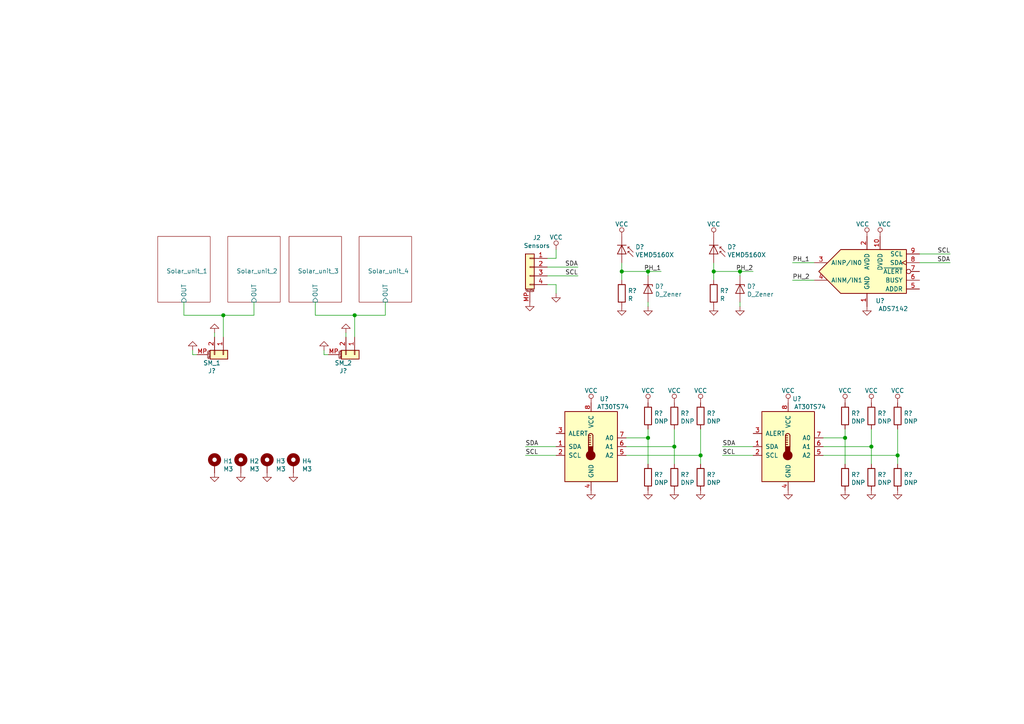
<source format=kicad_sch>
(kicad_sch (version 20210406) (generator eeschema)
  (paper "A4")
  (lib_symbols
    (symbol "Connector_Generic_MountingPin:Conn_01x02_MountingPin" (pin_names (offset 1.016) hide)
      (property "Reference" "J" (at 0 2.54 0))
      (property "Value" "Conn_01x02_MountingPin" (at 1.27 -5.08 0))
      (symbol "Conn_01x02_MountingPin_1_1"
        (text "Mounting" (at 0 -4.191 0) (effects (font (size 0.381 0.381))))
        (rectangle (start -1.27 -2.413) (end 0 -2.667) (stroke (width 0.1524)))
        (rectangle (start -1.27 0.127) (end 0 -0.127) (stroke (width 0.1524)))
        (rectangle (start -1.27 1.27) (end 1.27 -3.81) (stroke (width 0.254)) (fill (type background)))
        (polyline (pts (xy -1.016 -4.572) (xy 1.016 -4.572)) (stroke (width 0.1524)))
        (pin passive line (at -5.08 0 0) (length 3.81) (name "Pin_1") (number "1"))
        (pin passive line (at -5.08 -2.54 0) (length 3.81) (name "Pin_2") (number "2"))
        (pin passive line (at 0 -7.62 90) (length 3.048) (name "MountPin") (number "MP"))
      )
    )
    (symbol "Connector_Generic_MountingPin:Conn_01x04_MountingPin" (pin_names (offset 1.016) hide)
      (property "Reference" "J" (at 0 5.08 0))
      (property "Value" "Conn_01x04_MountingPin" (at 1.27 -7.62 0))
      (symbol "Conn_01x04_MountingPin_1_1"
        (text "Mounting" (at 0 -6.731 0) (effects (font (size 0.381 0.381))))
        (rectangle (start -1.27 -4.953) (end 0 -5.207) (stroke (width 0.1524)))
        (rectangle (start -1.27 -2.413) (end 0 -2.667) (stroke (width 0.1524)))
        (rectangle (start -1.27 0.127) (end 0 -0.127) (stroke (width 0.1524)))
        (rectangle (start -1.27 2.667) (end 0 2.413) (stroke (width 0.1524)))
        (rectangle (start -1.27 3.81) (end 1.27 -6.35) (stroke (width 0.254)) (fill (type background)))
        (polyline (pts (xy -1.016 -7.112) (xy 1.016 -7.112)) (stroke (width 0.1524)))
        (pin passive line (at -5.08 2.54 0) (length 3.81) (name "Pin_1") (number "1"))
        (pin passive line (at -5.08 0 0) (length 3.81) (name "Pin_2") (number "2"))
        (pin passive line (at -5.08 -2.54 0) (length 3.81) (name "Pin_3") (number "3"))
        (pin passive line (at -5.08 -5.08 0) (length 3.81) (name "Pin_4") (number "4"))
        (pin passive line (at 0 -10.16 90) (length 3.048) (name "MountPin") (number "MP"))
      )
    )
    (symbol "Device:D_Photo" (pin_numbers hide) (pin_names hide)
      (property "Reference" "D" (at 0.508 1.778 0))
      (property "Value" "D_Photo" (at -1.016 -2.794 0))
      (symbol "D_Photo_0_1"
        (polyline (pts (xy -2.54 1.27) (xy -2.54 -1.27)) (stroke (width 0.2032)))
        (polyline (pts (xy -2.032 1.778) (xy -1.524 1.778)))
        (polyline (pts (xy 0 0) (xy -2.54 0)))
        (polyline (pts (xy -0.508 3.302) (xy -2.032 1.778) (xy -2.032 2.286)))
        (polyline (pts (xy 0 -1.27) (xy 0 1.27) (xy -2.54 0) (xy 0 -1.27)) (stroke (width 0.2032)))
        (polyline (pts (xy 0.762 3.302) (xy -0.762 1.778) (xy -0.762 2.286) (xy -0.762 1.778) (xy -0.254 1.778)))
      )
      (symbol "D_Photo_1_1"
        (pin passive line (at -5.08 0 0) (length 2.54) (name "K") (number "1"))
        (pin passive line (at 2.54 0 180) (length 2.54) (name "A") (number "2"))
      )
    )
    (symbol "Device:D_Zener" (pin_numbers hide) (pin_names (offset 1.016) hide)
      (property "Reference" "D" (at 0 2.54 0))
      (property "Value" "D_Zener" (at 0 -2.54 0))
      (symbol "D_Zener_0_1"
        (polyline (pts (xy 1.27 0) (xy -1.27 0)))
        (polyline (pts (xy -1.27 -1.27) (xy -1.27 1.27) (xy -0.762 1.27)) (stroke (width 0.2032)))
        (polyline (pts (xy 1.27 -1.27) (xy 1.27 1.27) (xy -1.27 0) (xy 1.27 -1.27)) (stroke (width 0.2032)))
      )
      (symbol "D_Zener_1_1"
        (pin passive line (at -3.81 0 0) (length 2.54) (name "K") (number "1"))
        (pin passive line (at 3.81 0 180) (length 2.54) (name "A") (number "2"))
      )
    )
    (symbol "Device:R" (pin_numbers hide) (pin_names (offset 0))
      (property "Reference" "R" (at 2.032 0 90))
      (property "Value" "R" (at 0 0 90))
      (symbol "R_0_1"
        (rectangle (start -1.016 -2.54) (end 1.016 2.54) (stroke (width 0.254)))
      )
      (symbol "R_1_1"
        (pin passive line (at 0 3.81 270) (length 1.27) (name "~") (number "1"))
        (pin passive line (at 0 -3.81 90) (length 1.27) (name "~") (number "2"))
      )
    )
    (symbol "Mechanical:MountingHole_Pad" (pin_numbers hide) (pin_names (offset 1.016) hide)
      (property "Reference" "H" (at 0 6.35 0))
      (property "Value" "MountingHole_Pad" (at 0 4.445 0))
      (symbol "MountingHole_Pad_0_1"
        (circle (center 0 1.27) (radius 1.27) (stroke (width 1.27)))
      )
      (symbol "MountingHole_Pad_1_1"
        (pin input line (at 0 -2.54 90) (length 2.54) (name "1") (number "1"))
      )
    )
    (symbol "TCY_IC:ADS7142" (pin_names (offset 1.016))
      (property "Reference" "U" (at -7.62 -7.62 0))
      (property "Value" "ADS7142" (at 3.81 -7.62 0))
      (symbol "ADS7142_0_1"
        (polyline (pts (xy -13.97 0) (xy -7.62 6.35) (xy 11.43 6.35) (xy 11.43 -6.35) (xy -7.62 -6.35) (xy -13.97 0)) (stroke (width 0.254)) (fill (type background)))
      )
      (symbol "ADS7142_1_1"
        (pin power_in line (at 0 -10.16 90) (length 3.81) (name "GND") (number "1"))
        (pin power_in line (at 3.81 10.16 270) (length 3.81) (name "DVDD") (number "10"))
        (pin power_in line (at 0 -10.16 90) (length 3.81) hide (name "E_PAD") (number "11"))
        (pin power_in line (at 0 10.16 270) (length 3.81) (name "AVDD") (number "2"))
        (pin input line (at -15.24 2.54 0) (length 3.81) (name "AINP/IN0") (number "3"))
        (pin input line (at -15.24 -2.54 0) (length 3.81) (name "AINM/IN1") (number "4"))
        (pin input line (at 15.24 -5.08 180) (length 3.81) (name "ADDR") (number "5"))
        (pin output line (at 15.24 -2.54 180) (length 3.81) (name "BUSY") (number "6"))
        (pin output inverted (at 15.24 0 180) (length 3.81) (name "~ALERT") (number "7"))
        (pin input clock (at 15.24 2.54 180) (length 3.81) (name "SDA") (number "8"))
        (pin output line (at 15.24 5.08 180) (length 3.81) (name "SCL") (number "9"))
      )
    )
    (symbol "TCY_sensors:AT30TS74" (pin_names (offset 1.016))
      (property "Reference" "U" (at -6.35 11.43 0))
      (property "Value" "AT30TS74" (at 0 11.43 0))
      (symbol "AT30TS74_0_1"
        (arc (start 0.508 3.175) (end -0.762 3.175) (radius (at -0.127 3.175) (length 0.635) (angles 0.1 179.9)) (stroke (width 0.254)))
        (circle (center -0.127 -2.54) (radius 1.27) (stroke (width 0.254)) (fill (type outline)))
        (rectangle (start 0.508 -1.905) (end -0.762 0) (stroke (width 0.254)) (fill (type outline)))
        (rectangle (start -7.62 10.16) (end 7.62 -10.16) (stroke (width 0.254)) (fill (type background)))
        (polyline (pts (xy -0.762 0.635) (xy -0.127 0.635)) (stroke (width 0.254)))
        (polyline (pts (xy -0.762 1.27) (xy -0.127 1.27)) (stroke (width 0.254)))
        (polyline (pts (xy -0.762 1.905) (xy -0.127 1.905)) (stroke (width 0.254)))
        (polyline (pts (xy -0.762 2.54) (xy -0.127 2.54)) (stroke (width 0.254)))
        (polyline (pts (xy -0.762 3.175) (xy -0.762 0)) (stroke (width 0.254)))
        (polyline (pts (xy -0.762 3.175) (xy -0.127 3.175)) (stroke (width 0.254)))
        (polyline (pts (xy 0.508 3.175) (xy 0.508 0)) (stroke (width 0.254)))
      )
      (symbol "AT30TS74_1_1"
        (pin bidirectional line (at -10.16 0 0) (length 2.54) (name "SDA") (number "1"))
        (pin input line (at -10.16 -2.54 0) (length 2.54) (name "SCL") (number "2"))
        (pin open_collector line (at -10.16 3.81 0) (length 2.54) (name "ALERT") (number "3"))
        (pin power_in line (at 0 -12.7 90) (length 2.54) (name "GND") (number "4"))
        (pin input line (at 10.16 -2.54 180) (length 2.54) (name "A2") (number "5"))
        (pin input line (at 10.16 0 180) (length 2.54) (name "A1") (number "6"))
        (pin input line (at 10.16 2.54 180) (length 2.54) (name "A0") (number "7"))
        (pin power_in line (at 0 12.7 270) (length 2.54) (name "VCC") (number "8"))
      )
    )
    (symbol "power:GND" (power) (pin_names (offset 0))
      (property "Value" "GND" (at 0 -3.81 0))
      (symbol "GND_0_1"
        (polyline (pts (xy 0 0) (xy 0 -1.27) (xy 1.27 -1.27) (xy 0 -2.54) (xy -1.27 -1.27) (xy 0 -1.27)))
      )
      (symbol "GND_1_1"
        (pin power_in line (at 0 0 270) (length 0) hide (name "GND") (number "1"))
      )
    )
    (symbol "power:VCC" (power) (pin_names (offset 0))
      (property "Value" "VCC" (at 0 3.81 0))
      (symbol "VCC_0_1"
        (circle (center 0 1.905) (radius 0.635))
        (polyline (pts (xy 0 0) (xy 0 1.27)))
      )
      (symbol "VCC_1_1"
        (pin power_in line (at 0 0 90) (length 0) hide (name "VCC") (number "1"))
      )
    )
  )
  (junction (at 64.77 91.44) (diameter 1.016))
  (junction (at 102.87 91.44) (diameter 1.016))
  (junction (at 180.34 78.74) (diameter 1.016))
  (junction (at 187.96 78.74) (diameter 1.016))
  (junction (at 187.96 127) (diameter 1.016))
  (junction (at 195.58 129.54) (diameter 1.016))
  (junction (at 203.2 132.08) (diameter 1.016))
  (junction (at 207.01 78.74) (diameter 1.016))
  (junction (at 214.63 78.74) (diameter 1.016))
  (junction (at 245.11 127) (diameter 1.016))
  (junction (at 252.73 129.54) (diameter 1.016))
  (junction (at 260.35 132.08) (diameter 1.016))
  (wire (pts (xy 53.34 91.44) (xy 53.34 87.63)))
  (wire (pts (xy 55.88 102.87) (xy 55.88 101.6)))
  (wire (pts (xy 57.15 102.87) (xy 55.88 102.87)))
  (wire (pts (xy 62.23 97.79) (xy 62.23 96.52)))
  (wire (pts (xy 64.77 91.44) (xy 53.34 91.44)))
  (wire (pts (xy 64.77 91.44) (xy 73.66 91.44)))
  (wire (pts (xy 64.77 97.79) (xy 64.77 91.44)))
  (wire (pts (xy 73.66 91.44) (xy 73.66 87.63)))
  (wire (pts (xy 91.44 91.44) (xy 91.44 87.63)))
  (wire (pts (xy 93.98 102.87) (xy 93.98 101.6)))
  (wire (pts (xy 95.25 102.87) (xy 93.98 102.87)))
  (wire (pts (xy 100.33 97.79) (xy 100.33 96.52)))
  (wire (pts (xy 102.87 91.44) (xy 91.44 91.44)))
  (wire (pts (xy 102.87 97.79) (xy 102.87 91.44)))
  (wire (pts (xy 111.76 87.63) (xy 111.76 91.44)))
  (wire (pts (xy 111.76 91.44) (xy 102.87 91.44)))
  (wire (pts (xy 158.75 74.93) (xy 161.29 74.93)))
  (wire (pts (xy 158.75 77.47) (xy 167.64 77.47)))
  (wire (pts (xy 158.75 80.01) (xy 167.64 80.01)))
  (wire (pts (xy 158.75 82.55) (xy 161.29 82.55)))
  (wire (pts (xy 161.29 74.93) (xy 161.29 72.39)))
  (wire (pts (xy 161.29 82.55) (xy 161.29 85.09)))
  (wire (pts (xy 161.29 129.54) (xy 152.4 129.54)))
  (wire (pts (xy 161.29 132.08) (xy 152.4 132.08)))
  (wire (pts (xy 180.34 76.2) (xy 180.34 78.74)))
  (wire (pts (xy 180.34 78.74) (xy 180.34 81.28)))
  (wire (pts (xy 180.34 78.74) (xy 187.96 78.74)))
  (wire (pts (xy 181.61 127) (xy 187.96 127)))
  (wire (pts (xy 181.61 129.54) (xy 195.58 129.54)))
  (wire (pts (xy 181.61 132.08) (xy 203.2 132.08)))
  (wire (pts (xy 187.96 78.74) (xy 187.96 80.01)))
  (wire (pts (xy 187.96 78.74) (xy 191.77 78.74)))
  (wire (pts (xy 187.96 87.63) (xy 187.96 88.9)))
  (wire (pts (xy 187.96 124.46) (xy 187.96 127)))
  (wire (pts (xy 187.96 127) (xy 187.96 134.62)))
  (wire (pts (xy 195.58 124.46) (xy 195.58 129.54)))
  (wire (pts (xy 195.58 129.54) (xy 195.58 134.62)))
  (wire (pts (xy 203.2 124.46) (xy 203.2 132.08)))
  (wire (pts (xy 203.2 132.08) (xy 203.2 134.62)))
  (wire (pts (xy 207.01 76.2) (xy 207.01 78.74)))
  (wire (pts (xy 207.01 78.74) (xy 207.01 81.28)))
  (wire (pts (xy 207.01 78.74) (xy 214.63 78.74)))
  (wire (pts (xy 214.63 78.74) (xy 214.63 80.01)))
  (wire (pts (xy 214.63 78.74) (xy 218.44 78.74)))
  (wire (pts (xy 214.63 87.63) (xy 214.63 88.9)))
  (wire (pts (xy 218.44 129.54) (xy 209.55 129.54)))
  (wire (pts (xy 218.44 132.08) (xy 209.55 132.08)))
  (wire (pts (xy 229.87 76.2) (xy 236.22 76.2)))
  (wire (pts (xy 229.87 81.28) (xy 236.22 81.28)))
  (wire (pts (xy 238.76 127) (xy 245.11 127)))
  (wire (pts (xy 238.76 129.54) (xy 252.73 129.54)))
  (wire (pts (xy 238.76 132.08) (xy 260.35 132.08)))
  (wire (pts (xy 245.11 124.46) (xy 245.11 127)))
  (wire (pts (xy 245.11 127) (xy 245.11 134.62)))
  (wire (pts (xy 252.73 124.46) (xy 252.73 129.54)))
  (wire (pts (xy 252.73 129.54) (xy 252.73 134.62)))
  (wire (pts (xy 260.35 124.46) (xy 260.35 132.08)))
  (wire (pts (xy 260.35 132.08) (xy 260.35 134.62)))
  (wire (pts (xy 266.7 73.66) (xy 275.59 73.66)))
  (wire (pts (xy 266.7 76.2) (xy 275.59 76.2)))
  (label "SDA" (at 152.4 129.54 0))
  (label "SCL" (at 152.4 132.08 0))
  (label "SDA" (at 167.64 77.47 180))
  (label "SCL" (at 167.64 80.01 180))
  (label "PH_1" (at 191.77 78.74 180))
  (label "SDA" (at 209.55 129.54 0))
  (label "SCL" (at 209.55 132.08 0))
  (label "PH_2" (at 218.44 78.74 180))
  (label "PH_1" (at 229.87 76.2 0))
  (label "PH_2" (at 229.87 81.28 0))
  (label "SCL" (at 275.59 73.66 180))
  (label "SDA" (at 275.59 76.2 180))
  (symbol (lib_id "power:VCC") (at 161.29 72.39 0) (unit 1)
    (property "Reference" "#PWR0101" (effects hide))
    (property "Value" "VCC" (at 161.29 68.8426 0))
  )
  (symbol (lib_id "power:VCC") (at 171.45 116.84 0) (unit 1)
    (property "Reference" "#PWR?" (effects hide))
    (property "Value" "VCC" (at 171.45 113.2926 0))
  )
  (symbol (lib_id "power:VCC") (at 180.34 68.58 0) (unit 1)
    (property "Reference" "#PWR?" (effects hide))
    (property "Value" "VCC" (at 180.34 65.0326 0))
  )
  (symbol (lib_id "power:VCC") (at 187.96 116.84 0) (unit 1)
    (property "Reference" "#PWR?" (effects hide))
    (property "Value" "VCC" (at 187.96 113.2926 0))
  )
  (symbol (lib_id "power:VCC") (at 195.58 116.84 0) (unit 1)
    (property "Reference" "#PWR?" (effects hide))
    (property "Value" "VCC" (at 195.58 113.2926 0))
  )
  (symbol (lib_id "power:VCC") (at 203.2 116.84 0) (unit 1)
    (property "Reference" "#PWR?" (effects hide))
    (property "Value" "VCC" (at 203.2 113.2926 0))
  )
  (symbol (lib_id "power:VCC") (at 207.01 68.58 0) (unit 1)
    (property "Reference" "#PWR?" (effects hide))
    (property "Value" "VCC" (at 207.01 65.0326 0))
  )
  (symbol (lib_id "power:VCC") (at 228.6 116.84 0) (unit 1)
    (property "Reference" "#PWR?" (effects hide))
    (property "Value" "VCC" (at 228.6 113.2926 0))
  )
  (symbol (lib_id "power:VCC") (at 245.11 116.84 0) (unit 1)
    (property "Reference" "#PWR?" (effects hide))
    (property "Value" "VCC" (at 245.11 113.2926 0))
  )
  (symbol (lib_id "power:VCC") (at 251.46 68.58 0) (unit 1)
    (property "Reference" "#PWR?" (effects hide))
    (property "Value" "VCC" (at 250.19 65.0326 0))
  )
  (symbol (lib_id "power:VCC") (at 252.73 116.84 0) (unit 1)
    (property "Reference" "#PWR?" (effects hide))
    (property "Value" "VCC" (at 252.73 113.2926 0))
  )
  (symbol (lib_id "power:VCC") (at 255.27 68.58 0) (unit 1)
    (property "Reference" "#PWR?" (effects hide))
    (property "Value" "VCC" (at 256.54 65.0326 0))
  )
  (symbol (lib_id "power:VCC") (at 260.35 116.84 0) (unit 1)
    (property "Reference" "#PWR?" (effects hide))
    (property "Value" "VCC" (at 260.35 113.2926 0))
  )
  (symbol (lib_id "power:GND") (at 55.88 101.6 180) (unit 1)
    (property "Reference" "#PWR?" (effects hide))
    (property "Value" "GND" (effects hide))
  )
  (symbol (lib_id "power:GND") (at 62.23 96.52 180) (unit 1)
    (property "Reference" "#PWR?" (effects hide))
    (property "Value" "GND" (effects hide))
  )
  (symbol (lib_id "power:GND") (at 62.23 137.16 0) (unit 1)
    (property "Reference" "#PWR0104" (effects hide))
    (property "Value" "GND" (effects hide))
  )
  (symbol (lib_id "power:GND") (at 69.85 137.16 0) (unit 1)
    (property "Reference" "#PWR0105" (effects hide))
    (property "Value" "GND" (effects hide))
  )
  (symbol (lib_id "power:GND") (at 77.47 137.16 0) (unit 1)
    (property "Reference" "#PWR0106" (effects hide))
    (property "Value" "GND" (effects hide))
  )
  (symbol (lib_id "power:GND") (at 85.09 137.16 0) (unit 1)
    (property "Reference" "#PWR0107" (effects hide))
    (property "Value" "GND" (effects hide))
  )
  (symbol (lib_id "power:GND") (at 93.98 101.6 180) (unit 1)
    (property "Reference" "#PWR?" (effects hide))
    (property "Value" "GND" (effects hide))
  )
  (symbol (lib_id "power:GND") (at 100.33 96.52 180) (unit 1)
    (property "Reference" "#PWR?" (effects hide))
    (property "Value" "GND" (effects hide))
  )
  (symbol (lib_id "power:GND") (at 153.67 87.63 0) (unit 1)
    (property "Reference" "#PWR0103" (effects hide))
    (property "Value" "GND" (effects hide))
  )
  (symbol (lib_id "power:GND") (at 161.29 85.09 0) (unit 1)
    (property "Reference" "#PWR0102" (effects hide))
    (property "Value" "GND" (effects hide))
  )
  (symbol (lib_id "power:GND") (at 171.45 142.24 0) (unit 1)
    (property "Reference" "#PWR?" (effects hide))
    (property "Value" "GND" (effects hide))
  )
  (symbol (lib_id "power:GND") (at 180.34 88.9 0) (unit 1)
    (property "Reference" "#PWR?" (effects hide))
    (property "Value" "GND" (effects hide))
  )
  (symbol (lib_id "power:GND") (at 187.96 88.9 0) (unit 1)
    (property "Reference" "#PWR?" (effects hide))
    (property "Value" "GND" (effects hide))
  )
  (symbol (lib_id "power:GND") (at 187.96 142.24 0) (unit 1)
    (property "Reference" "#PWR?" (effects hide))
    (property "Value" "GND" (effects hide))
  )
  (symbol (lib_id "power:GND") (at 195.58 142.24 0) (unit 1)
    (property "Reference" "#PWR?" (effects hide))
    (property "Value" "GND" (effects hide))
  )
  (symbol (lib_id "power:GND") (at 203.2 142.24 0) (unit 1)
    (property "Reference" "#PWR?" (effects hide))
    (property "Value" "GND" (effects hide))
  )
  (symbol (lib_id "power:GND") (at 207.01 88.9 0) (unit 1)
    (property "Reference" "#PWR?" (effects hide))
    (property "Value" "GND" (effects hide))
  )
  (symbol (lib_id "power:GND") (at 214.63 88.9 0) (unit 1)
    (property "Reference" "#PWR?" (effects hide))
    (property "Value" "GND" (effects hide))
  )
  (symbol (lib_id "power:GND") (at 228.6 142.24 0) (unit 1)
    (property "Reference" "#PWR?" (effects hide))
    (property "Value" "GND" (effects hide))
  )
  (symbol (lib_id "power:GND") (at 245.11 142.24 0) (unit 1)
    (property "Reference" "#PWR?" (effects hide))
    (property "Value" "GND" (effects hide))
  )
  (symbol (lib_id "power:GND") (at 251.46 88.9 0) (unit 1)
    (property "Reference" "#PWR?" (effects hide))
    (property "Value" "GND" (effects hide))
  )
  (symbol (lib_id "power:GND") (at 252.73 142.24 0) (unit 1)
    (property "Reference" "#PWR?" (effects hide))
    (property "Value" "GND" (effects hide))
  )
  (symbol (lib_id "power:GND") (at 260.35 142.24 0) (unit 1)
    (property "Reference" "#PWR?" (effects hide))
    (property "Value" "GND" (effects hide))
  )
  (symbol (lib_id "Device:R") (at 180.34 85.09 0) (unit 1)
    (property "Reference" "R?" (at 182.1181 84.3291 0) (effects (justify left)))
    (property "Value" "R" (at 182.1181 86.6278 0) (effects (justify left)))
  )
  (symbol (lib_id "Device:R") (at 187.96 120.65 0) (unit 1)
    (property "Reference" "R?" (at 189.7381 119.8891 0) (effects (justify left)))
    (property "Value" "DNP" (at 189.7381 122.1878 0) (effects (justify left)))
    (property "Footprint" "Resistor_SMD:R_0603_1608Metric" (effects hide))
  )
  (symbol (lib_id "Device:R") (at 187.96 138.43 0) (unit 1)
    (property "Reference" "R?" (at 189.7381 137.6691 0) (effects (justify left)))
    (property "Value" "DNP" (at 189.7381 139.9678 0) (effects (justify left)))
    (property "Footprint" "Resistor_SMD:R_0603_1608Metric" (effects hide))
  )
  (symbol (lib_id "Device:R") (at 195.58 120.65 0) (unit 1)
    (property "Reference" "R?" (at 197.3581 119.8891 0) (effects (justify left)))
    (property "Value" "DNP" (at 197.3581 122.1878 0) (effects (justify left)))
    (property "Footprint" "Resistor_SMD:R_0603_1608Metric" (effects hide))
  )
  (symbol (lib_id "Device:R") (at 195.58 138.43 0) (unit 1)
    (property "Reference" "R?" (at 197.3581 137.6691 0) (effects (justify left)))
    (property "Value" "DNP" (at 197.3581 139.9678 0) (effects (justify left)))
    (property "Footprint" "Resistor_SMD:R_0603_1608Metric" (effects hide))
  )
  (symbol (lib_id "Device:R") (at 203.2 120.65 0) (unit 1)
    (property "Reference" "R?" (at 204.9781 119.8891 0) (effects (justify left)))
    (property "Value" "DNP" (at 204.9781 122.1878 0) (effects (justify left)))
    (property "Footprint" "Resistor_SMD:R_0603_1608Metric" (effects hide))
  )
  (symbol (lib_id "Device:R") (at 203.2 138.43 0) (unit 1)
    (property "Reference" "R?" (at 204.9781 137.6691 0) (effects (justify left)))
    (property "Value" "DNP" (at 204.9781 139.9678 0) (effects (justify left)))
    (property "Footprint" "Resistor_SMD:R_0603_1608Metric" (effects hide))
  )
  (symbol (lib_id "Device:R") (at 207.01 85.09 0) (unit 1)
    (property "Reference" "R?" (at 208.7881 84.3291 0) (effects (justify left)))
    (property "Value" "R" (at 208.7881 86.6278 0) (effects (justify left)))
  )
  (symbol (lib_id "Device:R") (at 245.11 120.65 0) (unit 1)
    (property "Reference" "R?" (at 246.8881 119.8891 0) (effects (justify left)))
    (property "Value" "DNP" (at 246.8881 122.1878 0) (effects (justify left)))
    (property "Footprint" "Resistor_SMD:R_0603_1608Metric" (effects hide))
  )
  (symbol (lib_id "Device:R") (at 245.11 138.43 0) (unit 1)
    (property "Reference" "R?" (at 246.8881 137.6691 0) (effects (justify left)))
    (property "Value" "DNP" (at 246.8881 139.9678 0) (effects (justify left)))
    (property "Footprint" "Resistor_SMD:R_0603_1608Metric" (effects hide))
  )
  (symbol (lib_id "Device:R") (at 252.73 120.65 0) (unit 1)
    (property "Reference" "R?" (at 254.5081 119.8891 0) (effects (justify left)))
    (property "Value" "DNP" (at 254.5081 122.1878 0) (effects (justify left)))
    (property "Footprint" "Resistor_SMD:R_0603_1608Metric" (effects hide))
  )
  (symbol (lib_id "Device:R") (at 252.73 138.43 0) (unit 1)
    (property "Reference" "R?" (at 254.5081 137.6691 0) (effects (justify left)))
    (property "Value" "DNP" (at 254.5081 139.9678 0) (effects (justify left)))
    (property "Footprint" "Resistor_SMD:R_0603_1608Metric" (effects hide))
  )
  (symbol (lib_id "Device:R") (at 260.35 120.65 0) (unit 1)
    (property "Reference" "R?" (at 262.1281 119.8891 0) (effects (justify left)))
    (property "Value" "DNP" (at 262.1281 122.1878 0) (effects (justify left)))
    (property "Footprint" "Resistor_SMD:R_0603_1608Metric" (effects hide))
  )
  (symbol (lib_id "Device:R") (at 260.35 138.43 0) (unit 1)
    (property "Reference" "R?" (at 262.1281 137.6691 0) (effects (justify left)))
    (property "Value" "DNP" (at 262.1281 139.9678 0) (effects (justify left)))
    (property "Footprint" "Resistor_SMD:R_0603_1608Metric" (effects hide))
  )
  (symbol (lib_id "Device:D_Zener") (at 187.96 83.82 270) (unit 1)
    (property "Reference" "D?" (at 189.9667 83.0591 90) (effects (justify left)))
    (property "Value" "D_Zener" (at 189.9667 85.3578 90) (effects (justify left)))
  )
  (symbol (lib_id "Device:D_Zener") (at 214.63 83.82 270) (unit 1)
    (property "Reference" "D?" (at 216.6367 83.0591 90) (effects (justify left)))
    (property "Value" "D_Zener" (at 216.6367 85.3578 90) (effects (justify left)))
  )
  (symbol (lib_id "Mechanical:MountingHole_Pad") (at 62.23 134.62 0) (unit 1)
    (property "Reference" "H1" (at 64.7701 133.7321 0) (effects (justify left)))
    (property "Value" "M3" (at 64.7701 136.0308 0) (effects (justify left)))
    (property "Footprint" "MountingHole:MountingHole_3.2mm_M3_Pad_Via" (effects hide))
  )
  (symbol (lib_id "Mechanical:MountingHole_Pad") (at 69.85 134.62 0) (unit 1)
    (property "Reference" "H2" (at 72.3901 133.7321 0) (effects (justify left)))
    (property "Value" "M3" (at 72.3901 136.0308 0) (effects (justify left)))
    (property "Footprint" "MountingHole:MountingHole_3.2mm_M3_Pad_Via" (effects hide))
  )
  (symbol (lib_id "Mechanical:MountingHole_Pad") (at 77.47 134.62 0) (unit 1)
    (property "Reference" "H3" (at 80.0101 133.7321 0) (effects (justify left)))
    (property "Value" "M3" (at 80.0101 136.0308 0) (effects (justify left)))
    (property "Footprint" "MountingHole:MountingHole_3.2mm_M3_Pad_Via" (effects hide))
  )
  (symbol (lib_id "Mechanical:MountingHole_Pad") (at 85.09 134.62 0) (unit 1)
    (property "Reference" "H4" (at 87.6301 133.7321 0) (effects (justify left)))
    (property "Value" "M3" (at 87.6301 136.0308 0) (effects (justify left)))
    (property "Footprint" "MountingHole:MountingHole_3.2mm_M3_Pad_Via" (effects hide))
  )
  (symbol (lib_id "Device:D_Photo") (at 180.34 73.66 270) (unit 1)
    (property "Reference" "D?" (at 184.2771 71.6291 90) (effects (justify left)))
    (property "Value" "VEMD5160X" (at 184.2771 73.9278 90) (effects (justify left)))
  )
  (symbol (lib_id "Device:D_Photo") (at 207.01 73.66 270) (unit 1)
    (property "Reference" "D?" (at 210.9471 71.6291 90) (effects (justify left)))
    (property "Value" "VEMD5160X" (at 210.9471 73.9278 90) (effects (justify left)))
  )
  (symbol (lib_id "Connector_Generic_MountingPin:Conn_01x02_MountingPin") (at 64.77 102.87 270) (unit 1)
    (property "Reference" "J?" (at 61.468 107.5732 90))
    (property "Value" "SM_1" (at 61.468 105.2745 90))
  )
  (symbol (lib_id "Connector_Generic_MountingPin:Conn_01x02_MountingPin") (at 102.87 102.87 270) (unit 1)
    (property "Reference" "J?" (at 99.568 107.5732 90))
    (property "Value" "SM_2" (at 99.568 105.2745 90))
  )
  (symbol (lib_id "Connector_Generic_MountingPin:Conn_01x04_MountingPin") (at 153.67 77.47 0) (mirror y) (unit 1)
    (property "Reference" "J2" (at 155.702 68.9568 0))
    (property "Value" "Sensors" (at 155.702 71.2555 0))
    (property "Footprint" "TCY_connectors:Amphenol_10114830-11103LF_1x04_P1.25mm_Horizontal" (effects hide))
  )
  (symbol (lib_id "TCY_sensors:AT30TS74") (at 171.45 129.54 0) (unit 1)
    (property "Reference" "U?" (at 175.26 115.6928 0))
    (property "Value" "AT30TS74" (at 177.8 117.9915 0))
    (property "Footprint" "Package_DFN_QFN:DFN-8-1EP_3x2mm_P0.5mm_EP1.3x1.5mm" (effects hide))
    (property "Datasheet" "http://ww1.microchip.com/downloads/en/DeviceDoc/Web_AT30TS74_0217.pdf" (effects hide))
  )
  (symbol (lib_id "TCY_sensors:AT30TS74") (at 228.6 129.54 0) (unit 1)
    (property "Reference" "U?" (at 231.14 115.6928 0))
    (property "Value" "AT30TS74" (at 234.95 117.9915 0))
    (property "Footprint" "Package_DFN_QFN:DFN-8-1EP_3x2mm_P0.5mm_EP1.3x1.5mm" (effects hide))
    (property "Datasheet" "http://ww1.microchip.com/downloads/en/DeviceDoc/Web_AT30TS74_0217.pdf" (effects hide))
  )
  (symbol (lib_id "TCY_IC:ADS7142") (at 251.46 78.74 0) (unit 1)
    (property "Reference" "U?" (at 255.27 87.2554 0))
    (property "Value" "ADS7142" (at 259.08 89.5541 0))
    (property "Footprint" "Package_DFN_QFN:DFN-10-1EP_2x3mm_P0.5mm_EP0.64x2.4mm" (effects hide))
    (property "Datasheet" "https://www.ti.com/lit/ds/symlink/ads7142-q1.pdf" (effects hide))
  )
  (sheet (at 45.72 68.58) (size 15.24 19.05) (stroke (width 0.0006))
    (property "Název listu" "Solar_unit_1" (at 48.26 79.3743 0) (effects (justify left bottom)))
    (property "Soubor listu" "Solar_unit.kicad_sch" (effects hide))
    (pin "OUT" input (at 53.34 87.63 270))
  )
  (sheet (at 66.04 68.58) (size 15.24 19.05) (stroke (width 0.0006))
    (property "Název listu" "Solar_unit_2" (at 68.58 79.3743 0) (effects (justify left bottom)))
    (property "Soubor listu" "Solar_unit.kicad_sch" (effects hide))
    (pin "OUT" input (at 73.66 87.63 270))
  )
  (sheet (at 83.82 68.58) (size 15.24 19.05) (stroke (width 0.0006))
    (property "Název listu" "Solar_unit_3" (at 86.36 79.3743 0) (effects (justify left bottom)))
    (property "Soubor listu" "Solar_unit.kicad_sch" (effects hide))
    (pin "OUT" input (at 91.44 87.63 270))
  )
  (sheet (at 104.14 68.58) (size 15.24 19.05) (stroke (width 0.0006))
    (property "Název listu" "Solar_unit_4" (at 106.68 79.3743 0) (effects (justify left bottom)))
    (property "Soubor listu" "Solar_unit.kicad_sch" (effects hide))
    (pin "OUT" input (at 111.76 87.63 270))
  )
)
</source>
